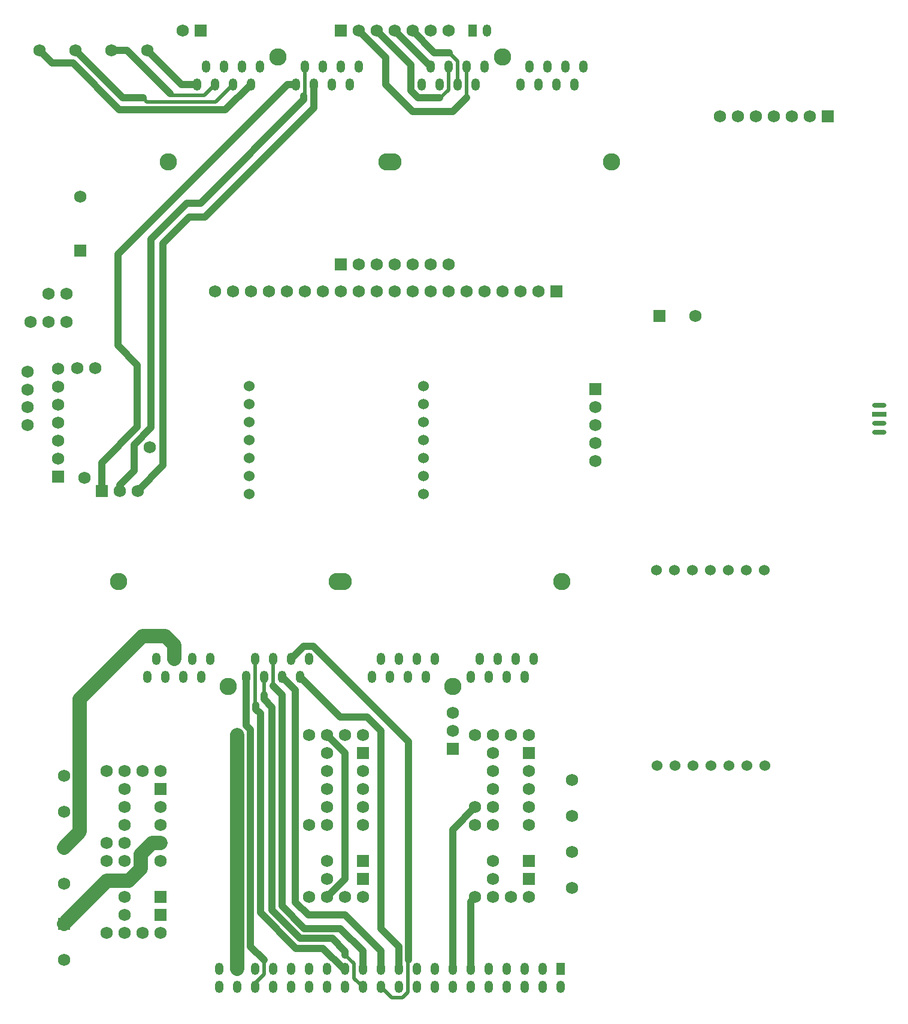
<source format=gbr>
G04 #@! TF.GenerationSoftware,KiCad,Pcbnew,5.1.6-c6e7f7d~87~ubuntu19.10.1*
G04 #@! TF.CreationDate,2021-09-07T13:02:59+03:00*
G04 #@! TF.ProjectId,authenticator2.0,61757468-656e-4746-9963-61746f72322e,rev?*
G04 #@! TF.SameCoordinates,Original*
G04 #@! TF.FileFunction,Copper,L3,Inr*
G04 #@! TF.FilePolarity,Positive*
%FSLAX46Y46*%
G04 Gerber Fmt 4.6, Leading zero omitted, Abs format (unit mm)*
G04 Created by KiCad (PCBNEW 5.1.6-c6e7f7d~87~ubuntu19.10.1) date 2021-09-07 13:02:59*
%MOMM*%
%LPD*%
G01*
G04 APERTURE LIST*
G04 #@! TA.AperFunction,ViaPad*
%ADD10C,1.750000*%
G04 #@! TD*
G04 #@! TA.AperFunction,ViaPad*
%ADD11C,1.524000*%
G04 #@! TD*
G04 #@! TA.AperFunction,ViaPad*
%ADD12R,1.750000X1.750000*%
G04 #@! TD*
G04 #@! TA.AperFunction,ViaPad*
%ADD13O,1.200000X1.750000*%
G04 #@! TD*
G04 #@! TA.AperFunction,ViaPad*
%ADD14R,1.200000X1.750000*%
G04 #@! TD*
G04 #@! TA.AperFunction,ViaPad*
%ADD15C,2.450000*%
G04 #@! TD*
G04 #@! TA.AperFunction,ViaPad*
%ADD16R,1.250000X1.750000*%
G04 #@! TD*
G04 #@! TA.AperFunction,ViaPad*
%ADD17O,1.250000X1.750000*%
G04 #@! TD*
G04 #@! TA.AperFunction,ViaPad*
%ADD18O,2.000000X0.700000*%
G04 #@! TD*
G04 #@! TA.AperFunction,ViaPad*
%ADD19R,2.000000X0.700000*%
G04 #@! TD*
G04 #@! TA.AperFunction,Conductor*
%ADD20C,2.000000*%
G04 #@! TD*
G04 #@! TA.AperFunction,Conductor*
%ADD21C,0.500000*%
G04 #@! TD*
G04 #@! TA.AperFunction,Conductor*
%ADD22C,1.000000*%
G04 #@! TD*
G04 APERTURE END LIST*
D10*
X24460000Y-26500000D03*
X27000000Y-26500000D03*
X17500000Y-29500000D03*
X17500000Y-26960000D03*
X17500000Y-34540000D03*
X17500000Y-32000000D03*
X20445000Y-16000000D03*
X22985000Y-16000000D03*
D11*
X121640000Y-55000000D03*
X119100000Y-55000000D03*
X116560000Y-55000000D03*
X114020000Y-55000000D03*
X111480000Y-55000000D03*
X108940000Y-55000000D03*
X106400000Y-55000000D03*
X121700000Y-82600000D03*
X119160000Y-82600000D03*
X116620000Y-82600000D03*
X114080000Y-82600000D03*
X111540000Y-82600000D03*
X109000000Y-82600000D03*
X106460000Y-82600000D03*
D12*
X88340000Y-96115000D03*
D10*
X88340000Y-91035000D03*
X88340000Y-88495000D03*
X88340000Y-85955000D03*
X88340000Y-83415000D03*
X83260000Y-83415000D03*
X83260000Y-85955000D03*
X83260000Y-88495000D03*
X83260000Y-91035000D03*
X83260000Y-96115000D03*
D13*
X44525000Y-113895000D03*
X44525000Y-111355000D03*
X47065000Y-113895000D03*
X47065000Y-111355000D03*
X49605000Y-113895000D03*
X49605000Y-111355000D03*
X52145000Y-113895000D03*
X52145000Y-111355000D03*
X54685000Y-113895000D03*
X54685000Y-111355000D03*
X57225000Y-113895000D03*
X57225000Y-111355000D03*
X59765000Y-113895000D03*
X59765000Y-111355000D03*
X62305000Y-113895000D03*
X62305000Y-111355000D03*
X64845000Y-113895000D03*
X64845000Y-111355000D03*
X67385000Y-113895000D03*
X67385000Y-111355000D03*
X69925000Y-113895000D03*
X69925000Y-111355000D03*
X72465000Y-113895000D03*
X72465000Y-111355000D03*
X75005000Y-113895000D03*
X75005000Y-111355000D03*
X77545000Y-113895000D03*
X77545000Y-111355000D03*
X80085000Y-113895000D03*
X80085000Y-111355000D03*
X82625000Y-113895000D03*
X82625000Y-111355000D03*
X85165000Y-113895000D03*
X85165000Y-111355000D03*
X87705000Y-113895000D03*
X87705000Y-111355000D03*
X90245000Y-113895000D03*
X90245000Y-111355000D03*
X92785000Y-113895000D03*
D14*
X92785000Y-111355000D03*
D13*
X43255000Y-67540000D03*
D15*
X45795000Y-71430000D03*
D13*
X52145000Y-67540000D03*
X53415000Y-70080000D03*
X54685000Y-67540000D03*
X55955000Y-70080000D03*
X57225000Y-67540000D03*
D15*
X30360000Y-56620000D03*
X61230000Y-56620000D03*
D13*
X50875000Y-70080000D03*
X49605000Y-67540000D03*
X48335000Y-70080000D03*
X41985000Y-70080000D03*
X40715000Y-67540000D03*
X39445000Y-70080000D03*
X38175000Y-67540000D03*
X36905000Y-70080000D03*
X35635000Y-67540000D03*
X34365000Y-70080000D03*
D12*
X88340000Y-98655000D03*
D10*
X83260000Y-98655000D03*
X28650000Y-93575000D03*
X28650000Y-83415000D03*
D12*
X22590000Y-105005000D03*
D10*
X22590000Y-110085000D03*
X64845000Y-78335000D03*
X59765000Y-78335000D03*
X62305000Y-78335000D03*
X47065000Y-78335000D03*
X57225000Y-78335000D03*
X94400000Y-99925000D03*
X94400000Y-94845000D03*
X94400000Y-89765000D03*
X94400000Y-84685000D03*
D12*
X36270000Y-85955000D03*
D10*
X31190000Y-85955000D03*
X57225000Y-101195000D03*
X57225000Y-91035000D03*
X85800000Y-101195000D03*
X83260000Y-101195000D03*
X88340000Y-101195000D03*
X64845000Y-101195000D03*
X59765000Y-101195000D03*
X62305000Y-101195000D03*
X85800000Y-78335000D03*
X83260000Y-78335000D03*
X88340000Y-78335000D03*
X33730000Y-83415000D03*
X31190000Y-83415000D03*
X36270000Y-83415000D03*
X28650000Y-96115000D03*
X28650000Y-106275000D03*
X31190000Y-101195000D03*
X31190000Y-96115000D03*
X31190000Y-93575000D03*
X31190000Y-91035000D03*
X31190000Y-88495000D03*
X36270000Y-88495000D03*
X36270000Y-91035000D03*
X36270000Y-93575000D03*
X36270000Y-96115000D03*
D12*
X36270000Y-101195000D03*
D10*
X36270000Y-106275000D03*
X31190000Y-106275000D03*
X33730000Y-106275000D03*
X80720000Y-88495000D03*
X80720000Y-78335000D03*
X80720000Y-91035000D03*
X80720000Y-101195000D03*
X59765000Y-96115000D03*
X59765000Y-91035000D03*
X59765000Y-88495000D03*
X59765000Y-85955000D03*
X59765000Y-83415000D03*
X64845000Y-83415000D03*
X64845000Y-85955000D03*
X64845000Y-88495000D03*
X64845000Y-91035000D03*
D12*
X64845000Y-96115000D03*
D10*
X22590000Y-84050000D03*
X22590000Y-89130000D03*
X22590000Y-94210000D03*
X22590000Y-99290000D03*
X59765000Y-98655000D03*
D12*
X64845000Y-98655000D03*
D10*
X83260000Y-80875000D03*
D12*
X88340000Y-80875000D03*
D10*
X31190000Y-103735000D03*
D12*
X36270000Y-103735000D03*
D13*
X66115000Y-70080000D03*
X67385000Y-67540000D03*
X68655000Y-70080000D03*
X69925000Y-67540000D03*
X71195000Y-70080000D03*
X72465000Y-67540000D03*
X73735000Y-70080000D03*
X80085000Y-70080000D03*
X81355000Y-67540000D03*
X82625000Y-70080000D03*
D15*
X92980000Y-56620000D03*
X62110000Y-56620000D03*
D13*
X88975000Y-67540000D03*
X87705000Y-70080000D03*
X86435000Y-67540000D03*
X85165000Y-70080000D03*
X83895000Y-67540000D03*
D15*
X77545000Y-71430000D03*
D13*
X75005000Y-67540000D03*
D10*
X77545000Y-75160000D03*
X77545000Y-77700000D03*
D12*
X77545000Y-80240000D03*
D10*
X59765000Y-80875000D03*
D12*
X64845000Y-80875000D03*
D10*
X20445000Y-20000000D03*
X22985000Y-20000000D03*
X17905000Y-20000000D03*
X43940000Y-15640000D03*
X46480000Y-15640000D03*
X49020000Y-15640000D03*
X51560000Y-15640000D03*
X54100000Y-15640000D03*
X56640000Y-15640000D03*
X59180000Y-15640000D03*
X61720000Y-15640000D03*
X64260000Y-15640000D03*
X66800000Y-15640000D03*
X69340000Y-15640000D03*
X71880000Y-15640000D03*
X74420000Y-15640000D03*
X76960000Y-15640000D03*
X79500000Y-15640000D03*
X82040000Y-15640000D03*
X84580000Y-15640000D03*
X87120000Y-15640000D03*
X89660000Y-15640000D03*
D12*
X92200000Y-15640000D03*
D11*
X48800000Y-44300000D03*
X48800000Y-41760000D03*
X48800000Y-39220000D03*
X48800000Y-36680000D03*
X48800000Y-34140000D03*
X48800000Y-31600000D03*
X48800000Y-29060000D03*
D16*
X80389000Y21190000D03*
D17*
X82421000Y21190000D03*
D10*
X24890000Y-2305000D03*
D12*
X24890000Y-9925000D03*
D10*
X76960000Y21190000D03*
X74420000Y21190000D03*
X71880000Y21190000D03*
X69340000Y21190000D03*
X66800000Y21190000D03*
X64260000Y21190000D03*
D12*
X61720000Y21190000D03*
D10*
X19175000Y18360000D03*
X24255000Y18360000D03*
X29335000Y18360000D03*
X34415000Y18360000D03*
X76960000Y-11830000D03*
X74420000Y-11830000D03*
X71880000Y-11830000D03*
X69340000Y-11830000D03*
X66800000Y-11830000D03*
X64260000Y-11830000D03*
D12*
X61720000Y-11830000D03*
D10*
X39370000Y21190000D03*
D12*
X41910000Y21190000D03*
X106805000Y-19160000D03*
D10*
X111885000Y-19160000D03*
D11*
X73400000Y-44240000D03*
X73400000Y-41700000D03*
X73400000Y-39160000D03*
X73400000Y-36620000D03*
X73400000Y-34080000D03*
X73400000Y-31540000D03*
X73400000Y-29000000D03*
D13*
X64260000Y16110000D03*
X62990000Y13570000D03*
X61720000Y16110000D03*
X60450000Y13570000D03*
X59180000Y16110000D03*
X57910000Y13570000D03*
X56640000Y16110000D03*
X50290000Y16110000D03*
X49020000Y13570000D03*
X47750000Y16110000D03*
D15*
X37395000Y2650000D03*
X68265000Y2650000D03*
D13*
X41400000Y13570000D03*
X42670000Y16110000D03*
X43940000Y13570000D03*
X45210000Y16110000D03*
X46480000Y13570000D03*
D15*
X52830000Y17460000D03*
D13*
X55370000Y13570000D03*
X87120000Y13570000D03*
D15*
X84580000Y17460000D03*
D13*
X78230000Y13570000D03*
X76960000Y16110000D03*
X75690000Y13570000D03*
X74420000Y16110000D03*
X73150000Y13570000D03*
D15*
X100015000Y2650000D03*
X69145000Y2650000D03*
D13*
X79500000Y16110000D03*
X80770000Y13570000D03*
X82040000Y16110000D03*
X88390000Y16110000D03*
X89660000Y13570000D03*
X90930000Y16110000D03*
X92200000Y13570000D03*
X93470000Y16110000D03*
X94740000Y13570000D03*
X96010000Y16110000D03*
D12*
X130575000Y9075000D03*
D10*
X128035000Y9075000D03*
X125495000Y9075000D03*
X122955000Y9075000D03*
X120415000Y9075000D03*
X117875000Y9075000D03*
X115335000Y9075000D03*
X21800000Y-26600000D03*
X21800000Y-29140000D03*
X21800000Y-31680000D03*
X21800000Y-34220000D03*
X21800000Y-36760000D03*
X21800000Y-39300000D03*
D12*
X21800000Y-41840000D03*
D10*
X34708087Y-37706198D03*
X25500000Y-42000000D03*
D12*
X27940000Y-43815000D03*
D10*
X30480000Y-43815000D03*
X33020000Y-43815000D03*
D12*
X97750000Y-29490000D03*
D10*
X97750000Y-32030000D03*
X97750000Y-34570000D03*
X97750000Y-37110000D03*
X97750000Y-39650000D03*
D18*
X137850000Y-35555000D03*
X137850000Y-31745000D03*
D19*
X137850000Y-33015000D03*
D18*
X137850000Y-34285000D03*
D20*
X36270000Y-93575000D02*
X35032564Y-93575000D01*
X35032564Y-93575000D02*
X33465001Y-95142563D01*
X33465001Y-95142563D02*
X33465001Y-97207001D01*
X31752003Y-98919999D02*
X28675001Y-98919999D01*
X33465001Y-97207001D02*
X31752003Y-98919999D01*
X28675001Y-98919999D02*
X22590000Y-105005000D01*
D21*
X79500000Y11665000D02*
X79500000Y16110000D01*
D22*
X77595000Y9760000D02*
X79500000Y11665000D01*
X71880000Y9760000D02*
X77595000Y9760000D01*
X68070000Y13570000D02*
X71880000Y9760000D01*
X68070000Y17380000D02*
X68070000Y13570000D01*
X64260000Y21190000D02*
X68070000Y17380000D01*
X71649990Y12673676D02*
X72658666Y11665000D01*
X66800000Y21190000D02*
X71649990Y16340010D01*
X72658666Y11665000D02*
X75690000Y11665000D01*
D21*
X75827781Y11665000D02*
X76960000Y12797219D01*
D22*
X71649990Y16340010D02*
X71649990Y12673676D01*
D21*
X76960000Y12797219D02*
X76960000Y16110000D01*
D22*
X74420000Y16110000D02*
X69340000Y21190000D01*
D21*
X78230000Y16882781D02*
X77028890Y18083890D01*
X78230000Y13570000D02*
X78230000Y16882781D01*
D22*
X74986110Y18083890D02*
X77028890Y18083890D01*
X71880000Y21190000D02*
X74986110Y18083890D01*
D21*
X52145000Y-67540000D02*
X52145000Y-71350000D01*
D22*
X53415000Y-102465000D02*
X53415000Y-72620000D01*
X53415000Y-72620000D02*
X52145000Y-71350000D01*
X56590000Y-105640000D02*
X53415000Y-102465000D01*
X61670000Y-105640000D02*
X56590000Y-105640000D01*
X64845000Y-108815000D02*
X61670000Y-105640000D01*
X64845000Y-111355000D02*
X64845000Y-108815000D01*
X67385000Y-77700000D02*
X65480000Y-75795000D01*
X67385000Y-105640000D02*
X67385000Y-77700000D01*
X69925000Y-111355000D02*
X69925000Y-108180000D01*
X65480000Y-75795000D02*
X61670000Y-75795000D01*
X61670000Y-75795000D02*
X55955000Y-70080000D01*
X69925000Y-108180000D02*
X67385000Y-105640000D01*
X55320000Y-101917002D02*
X55320000Y-71985000D01*
X55320000Y-71985000D02*
X53415000Y-70080000D01*
X62305000Y-103735000D02*
X57137998Y-103735000D01*
X57137998Y-103735000D02*
X55320000Y-101917002D01*
X67385000Y-108815000D02*
X62305000Y-103735000D01*
X67385000Y-111355000D02*
X67385000Y-108815000D01*
D21*
X63594990Y-112644990D02*
X64845000Y-113895000D01*
D22*
X52014990Y-103044903D02*
X56010097Y-107040010D01*
X50875000Y-72620000D02*
X50875000Y-73255000D01*
X52014990Y-74394990D02*
X52014990Y-103044903D01*
D21*
X62373890Y-109381110D02*
X63594990Y-110602209D01*
D22*
X62373890Y-108883890D02*
X62373890Y-109381110D01*
D21*
X50875000Y-70080000D02*
X50875000Y-72620000D01*
X63594990Y-110602209D02*
X63594990Y-112644990D01*
D22*
X56010097Y-107040010D02*
X60530010Y-107040010D01*
X60530010Y-107040010D02*
X62373890Y-108883890D01*
X50875000Y-73255000D02*
X52014990Y-74394990D01*
D21*
X67385000Y-113895000D02*
X68910010Y-115420010D01*
X71214990Y-110195020D02*
X71325010Y-110085000D01*
X68910010Y-115420010D02*
X70442771Y-115420010D01*
X70442771Y-115420010D02*
X71214990Y-114647791D01*
X71214990Y-114647791D02*
X71214990Y-110195020D01*
D22*
X71325010Y-107600097D02*
X71325010Y-110085000D01*
X71325010Y-79243676D02*
X71325010Y-107600097D01*
X56460010Y-65764990D02*
X57846324Y-65764990D01*
X54685000Y-67540000D02*
X56460010Y-65764990D01*
X57846324Y-65764990D02*
X71325010Y-79243676D01*
X80720000Y-88495000D02*
X77545000Y-91670000D01*
X77545000Y-91670000D02*
X77545000Y-111355000D01*
X80085000Y-101830000D02*
X80085000Y-111355000D01*
X80720000Y-101195000D02*
X80085000Y-101830000D01*
X62305000Y-98655000D02*
X62305000Y-80875000D01*
X62305000Y-80875000D02*
X59765000Y-78335000D01*
X59765000Y-101195000D02*
X62305000Y-98655000D01*
D21*
X49624990Y-73984903D02*
X49624990Y-67559990D01*
D22*
X50370010Y-103379836D02*
X50370010Y-75290010D01*
X55430194Y-108440020D02*
X50370010Y-103379836D01*
X49735010Y-74655010D02*
X49735010Y-74094923D01*
X59246354Y-108440020D02*
X55430194Y-108440020D01*
X62305000Y-111355000D02*
X62161334Y-111355000D01*
X62161334Y-111355000D02*
X59246354Y-108440020D01*
X50370010Y-75290010D02*
X49735010Y-74655010D01*
D21*
X49624990Y-67559990D02*
X49605000Y-67540000D01*
X49735010Y-74094923D02*
X49624990Y-73984903D01*
D22*
X41400000Y13570000D02*
X39205000Y13570000D01*
X39205000Y13570000D02*
X34415000Y18360000D01*
D21*
X37845010Y12044990D02*
X37590000Y12300000D01*
X43940000Y13570000D02*
X42414990Y12044990D01*
X42414990Y12044990D02*
X37845010Y12044990D01*
D22*
X31530000Y18360000D02*
X37590000Y12300000D01*
X29335000Y18360000D02*
X31530000Y18360000D01*
D21*
X34293017Y11144981D02*
X33776499Y11661499D01*
X44054981Y11144981D02*
X34293017Y11144981D01*
X46480000Y13570000D02*
X44054981Y11144981D01*
D22*
X30953501Y11661499D02*
X33776499Y11661499D01*
X24255000Y18360000D02*
X30953501Y11661499D01*
X49020000Y13570000D02*
X45444971Y9994971D01*
X23867003Y16584999D02*
X20950001Y16584999D01*
X45444971Y9994971D02*
X30457031Y9994971D01*
X20950001Y16584999D02*
X19175000Y18360000D01*
X30457031Y9994971D02*
X23867003Y16584999D01*
D20*
X38175000Y-65635000D02*
X38175000Y-67540000D01*
X36905000Y-64365000D02*
X38175000Y-65635000D01*
X33730000Y-64365000D02*
X36905000Y-64365000D01*
X24865001Y-73229999D02*
X33730000Y-64365000D01*
X22590000Y-94210000D02*
X24865001Y-91934999D01*
X24865001Y-91934999D02*
X24865001Y-73229999D01*
X47065000Y-111355000D02*
X47065000Y-78335000D01*
D22*
X48335000Y-70080000D02*
X48335000Y-76917981D01*
X48970000Y-77552981D02*
X48970000Y-108180000D01*
X48335000Y-76917981D02*
X48970000Y-77552981D01*
X48970000Y-108180000D02*
X50875000Y-110085000D01*
D21*
X50875000Y-112127781D02*
X50875000Y-110085000D01*
X49605000Y-113895000D02*
X49605000Y-113397781D01*
X49605000Y-113397781D02*
X50875000Y-112127781D01*
D22*
X54210000Y13570000D02*
X30226094Y-10413906D01*
X55370000Y13570000D02*
X54210000Y13570000D01*
X32978024Y-26025836D02*
X30226094Y-23273906D01*
X27940000Y-39830708D02*
X32978024Y-34792684D01*
X27940000Y-43815000D02*
X27940000Y-39830708D01*
X32978024Y-34792684D02*
X32978024Y-26025836D01*
X30226094Y-10413906D02*
X30226094Y-23273906D01*
D21*
X56640000Y16110000D02*
X56640000Y11555000D01*
D22*
X30480000Y-43020000D02*
X30480000Y-43815000D01*
X32500000Y-41000000D02*
X30480000Y-43020000D01*
X32500000Y-37287283D02*
X32500000Y-41000000D01*
X34925000Y-8255000D02*
X34925000Y-34862283D01*
X40005000Y-3175000D02*
X34925000Y-8255000D01*
X41910000Y-3175000D02*
X40005000Y-3175000D01*
X34925000Y-34862283D02*
X32500000Y-37287283D01*
X56509990Y11424990D02*
X41910000Y-3175000D01*
X56509990Y11940000D02*
X56509990Y11424990D01*
X42485010Y-5139990D02*
X57910000Y10285000D01*
X57910000Y10285000D02*
X57910000Y13570000D01*
X40361137Y-5139991D02*
X42485010Y-5139990D01*
X36614990Y-8886138D02*
X40361137Y-5139991D01*
X36614990Y-40220010D02*
X36614990Y-8886138D01*
X33020000Y-43815000D02*
X36614990Y-40220010D01*
M02*

</source>
